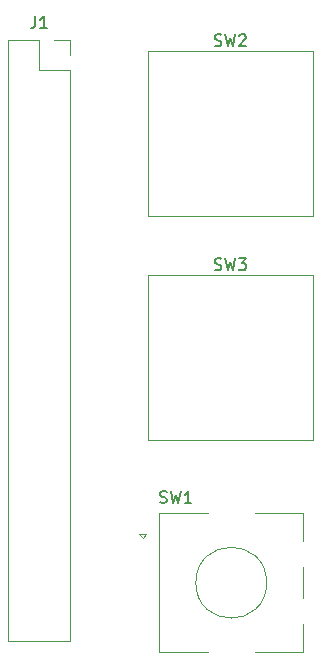
<source format=gbr>
%TF.GenerationSoftware,KiCad,Pcbnew,9.0.0*%
%TF.CreationDate,2025-06-09T17:29:50+05:30*%
%TF.ProjectId,MP3Player,4d503350-6c61-4796-9572-2e6b69636164,rev?*%
%TF.SameCoordinates,Original*%
%TF.FileFunction,Legend,Top*%
%TF.FilePolarity,Positive*%
%FSLAX46Y46*%
G04 Gerber Fmt 4.6, Leading zero omitted, Abs format (unit mm)*
G04 Created by KiCad (PCBNEW 9.0.0) date 2025-06-09 17:29:50*
%MOMM*%
%LPD*%
G01*
G04 APERTURE LIST*
%ADD10C,0.150000*%
%ADD11C,0.120000*%
G04 APERTURE END LIST*
D10*
X131396666Y-50544819D02*
X131396666Y-51259104D01*
X131396666Y-51259104D02*
X131349047Y-51401961D01*
X131349047Y-51401961D02*
X131253809Y-51497200D01*
X131253809Y-51497200D02*
X131110952Y-51544819D01*
X131110952Y-51544819D02*
X131015714Y-51544819D01*
X132396666Y-51544819D02*
X131825238Y-51544819D01*
X132110952Y-51544819D02*
X132110952Y-50544819D01*
X132110952Y-50544819D02*
X132015714Y-50687676D01*
X132015714Y-50687676D02*
X131920476Y-50782914D01*
X131920476Y-50782914D02*
X131825238Y-50830533D01*
X141966667Y-91707200D02*
X142109524Y-91754819D01*
X142109524Y-91754819D02*
X142347619Y-91754819D01*
X142347619Y-91754819D02*
X142442857Y-91707200D01*
X142442857Y-91707200D02*
X142490476Y-91659580D01*
X142490476Y-91659580D02*
X142538095Y-91564342D01*
X142538095Y-91564342D02*
X142538095Y-91469104D01*
X142538095Y-91469104D02*
X142490476Y-91373866D01*
X142490476Y-91373866D02*
X142442857Y-91326247D01*
X142442857Y-91326247D02*
X142347619Y-91278628D01*
X142347619Y-91278628D02*
X142157143Y-91231009D01*
X142157143Y-91231009D02*
X142061905Y-91183390D01*
X142061905Y-91183390D02*
X142014286Y-91135771D01*
X142014286Y-91135771D02*
X141966667Y-91040533D01*
X141966667Y-91040533D02*
X141966667Y-90945295D01*
X141966667Y-90945295D02*
X142014286Y-90850057D01*
X142014286Y-90850057D02*
X142061905Y-90802438D01*
X142061905Y-90802438D02*
X142157143Y-90754819D01*
X142157143Y-90754819D02*
X142395238Y-90754819D01*
X142395238Y-90754819D02*
X142538095Y-90802438D01*
X142871429Y-90754819D02*
X143109524Y-91754819D01*
X143109524Y-91754819D02*
X143300000Y-91040533D01*
X143300000Y-91040533D02*
X143490476Y-91754819D01*
X143490476Y-91754819D02*
X143728572Y-90754819D01*
X144633333Y-91754819D02*
X144061905Y-91754819D01*
X144347619Y-91754819D02*
X144347619Y-90754819D01*
X144347619Y-90754819D02*
X144252381Y-90897676D01*
X144252381Y-90897676D02*
X144157143Y-90992914D01*
X144157143Y-90992914D02*
X144061905Y-91040533D01*
X146586667Y-53033200D02*
X146729524Y-53080819D01*
X146729524Y-53080819D02*
X146967619Y-53080819D01*
X146967619Y-53080819D02*
X147062857Y-53033200D01*
X147062857Y-53033200D02*
X147110476Y-52985580D01*
X147110476Y-52985580D02*
X147158095Y-52890342D01*
X147158095Y-52890342D02*
X147158095Y-52795104D01*
X147158095Y-52795104D02*
X147110476Y-52699866D01*
X147110476Y-52699866D02*
X147062857Y-52652247D01*
X147062857Y-52652247D02*
X146967619Y-52604628D01*
X146967619Y-52604628D02*
X146777143Y-52557009D01*
X146777143Y-52557009D02*
X146681905Y-52509390D01*
X146681905Y-52509390D02*
X146634286Y-52461771D01*
X146634286Y-52461771D02*
X146586667Y-52366533D01*
X146586667Y-52366533D02*
X146586667Y-52271295D01*
X146586667Y-52271295D02*
X146634286Y-52176057D01*
X146634286Y-52176057D02*
X146681905Y-52128438D01*
X146681905Y-52128438D02*
X146777143Y-52080819D01*
X146777143Y-52080819D02*
X147015238Y-52080819D01*
X147015238Y-52080819D02*
X147158095Y-52128438D01*
X147491429Y-52080819D02*
X147729524Y-53080819D01*
X147729524Y-53080819D02*
X147920000Y-52366533D01*
X147920000Y-52366533D02*
X148110476Y-53080819D01*
X148110476Y-53080819D02*
X148348572Y-52080819D01*
X148681905Y-52176057D02*
X148729524Y-52128438D01*
X148729524Y-52128438D02*
X148824762Y-52080819D01*
X148824762Y-52080819D02*
X149062857Y-52080819D01*
X149062857Y-52080819D02*
X149158095Y-52128438D01*
X149158095Y-52128438D02*
X149205714Y-52176057D01*
X149205714Y-52176057D02*
X149253333Y-52271295D01*
X149253333Y-52271295D02*
X149253333Y-52366533D01*
X149253333Y-52366533D02*
X149205714Y-52509390D01*
X149205714Y-52509390D02*
X148634286Y-53080819D01*
X148634286Y-53080819D02*
X149253333Y-53080819D01*
X146586667Y-71993200D02*
X146729524Y-72040819D01*
X146729524Y-72040819D02*
X146967619Y-72040819D01*
X146967619Y-72040819D02*
X147062857Y-71993200D01*
X147062857Y-71993200D02*
X147110476Y-71945580D01*
X147110476Y-71945580D02*
X147158095Y-71850342D01*
X147158095Y-71850342D02*
X147158095Y-71755104D01*
X147158095Y-71755104D02*
X147110476Y-71659866D01*
X147110476Y-71659866D02*
X147062857Y-71612247D01*
X147062857Y-71612247D02*
X146967619Y-71564628D01*
X146967619Y-71564628D02*
X146777143Y-71517009D01*
X146777143Y-71517009D02*
X146681905Y-71469390D01*
X146681905Y-71469390D02*
X146634286Y-71421771D01*
X146634286Y-71421771D02*
X146586667Y-71326533D01*
X146586667Y-71326533D02*
X146586667Y-71231295D01*
X146586667Y-71231295D02*
X146634286Y-71136057D01*
X146634286Y-71136057D02*
X146681905Y-71088438D01*
X146681905Y-71088438D02*
X146777143Y-71040819D01*
X146777143Y-71040819D02*
X147015238Y-71040819D01*
X147015238Y-71040819D02*
X147158095Y-71088438D01*
X147491429Y-71040819D02*
X147729524Y-72040819D01*
X147729524Y-72040819D02*
X147920000Y-71326533D01*
X147920000Y-71326533D02*
X148110476Y-72040819D01*
X148110476Y-72040819D02*
X148348572Y-71040819D01*
X148634286Y-71040819D02*
X149253333Y-71040819D01*
X149253333Y-71040819D02*
X148920000Y-71421771D01*
X148920000Y-71421771D02*
X149062857Y-71421771D01*
X149062857Y-71421771D02*
X149158095Y-71469390D01*
X149158095Y-71469390D02*
X149205714Y-71517009D01*
X149205714Y-71517009D02*
X149253333Y-71612247D01*
X149253333Y-71612247D02*
X149253333Y-71850342D01*
X149253333Y-71850342D02*
X149205714Y-71945580D01*
X149205714Y-71945580D02*
X149158095Y-71993200D01*
X149158095Y-71993200D02*
X149062857Y-72040819D01*
X149062857Y-72040819D02*
X148777143Y-72040819D01*
X148777143Y-72040819D02*
X148681905Y-71993200D01*
X148681905Y-71993200D02*
X148634286Y-71945580D01*
D11*
%TO.C,J1*%
X129130000Y-52530000D02*
X129130000Y-103450000D01*
X129130000Y-52530000D02*
X131730000Y-52530000D01*
X129130000Y-103450000D02*
X134330000Y-103450000D01*
X131730000Y-52530000D02*
X131730000Y-55130000D01*
X131730000Y-55130000D02*
X134330000Y-55130000D01*
X133000000Y-52530000D02*
X134330000Y-52530000D01*
X134330000Y-52530000D02*
X134330000Y-53860000D01*
X134330000Y-55130000D02*
X134330000Y-103450000D01*
%TO.C,SW1*%
X140200000Y-94400000D02*
X140800000Y-94400000D01*
X140500000Y-94700000D02*
X140200000Y-94400000D01*
X140800000Y-94400000D02*
X140500000Y-94700000D01*
X141900000Y-92600000D02*
X141900000Y-104400000D01*
X146000000Y-92600000D02*
X141900000Y-92600000D01*
X146000000Y-104400000D02*
X141900000Y-104400000D01*
X150000000Y-92600000D02*
X154100000Y-92600000D01*
X154100000Y-92600000D02*
X154100000Y-95000000D01*
X154100000Y-97200000D02*
X154100000Y-99800000D01*
X154100000Y-102000000D02*
X154100000Y-104400000D01*
X154100000Y-104400000D02*
X150000000Y-104400000D01*
X151000000Y-98500000D02*
G75*
G02*
X145000000Y-98500000I-3000000J0D01*
G01*
X145000000Y-98500000D02*
G75*
G02*
X151000000Y-98500000I3000000J0D01*
G01*
%TO.C,SW2*%
X140935000Y-53515000D02*
X154905000Y-53515000D01*
X140935000Y-67485000D02*
X140935000Y-53515000D01*
X154905000Y-53515000D02*
X154905000Y-67485000D01*
X154905000Y-67485000D02*
X140935000Y-67485000D01*
%TO.C,SW3*%
X140935000Y-72475000D02*
X154905000Y-72475000D01*
X140935000Y-86445000D02*
X140935000Y-72475000D01*
X154905000Y-72475000D02*
X154905000Y-86445000D01*
X154905000Y-86445000D02*
X140935000Y-86445000D01*
%TD*%
M02*

</source>
